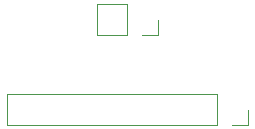
<source format=gbr>
%TF.GenerationSoftware,KiCad,Pcbnew,(5.1.10-1-10_14)*%
%TF.CreationDate,2021-09-10T18:45:47-04:00*%
%TF.ProjectId,led-bar,6c65642d-6261-4722-9e6b-696361645f70,rev?*%
%TF.SameCoordinates,Original*%
%TF.FileFunction,Legend,Bot*%
%TF.FilePolarity,Positive*%
%FSLAX46Y46*%
G04 Gerber Fmt 4.6, Leading zero omitted, Abs format (unit mm)*
G04 Created by KiCad (PCBNEW (5.1.10-1-10_14)) date 2021-09-10 18:45:47*
%MOMM*%
%LPD*%
G01*
G04 APERTURE LIST*
%ADD10C,0.120000*%
G04 APERTURE END LIST*
D10*
%TO.C,J2*%
X176082000Y-82610000D02*
X176082000Y-81280000D01*
X174752000Y-82610000D02*
X176082000Y-82610000D01*
X173482000Y-82610000D02*
X173482000Y-79950000D01*
X173482000Y-79950000D02*
X170882000Y-79950000D01*
X173482000Y-82610000D02*
X170882000Y-82610000D01*
X170882000Y-82610000D02*
X170882000Y-79950000D01*
%TO.C,J1*%
X183702000Y-90230000D02*
X183702000Y-88900000D01*
X182372000Y-90230000D02*
X183702000Y-90230000D01*
X181102000Y-90230000D02*
X181102000Y-87570000D01*
X181102000Y-87570000D02*
X163262000Y-87570000D01*
X181102000Y-90230000D02*
X163262000Y-90230000D01*
X163262000Y-90230000D02*
X163262000Y-87570000D01*
%TD*%
M02*

</source>
